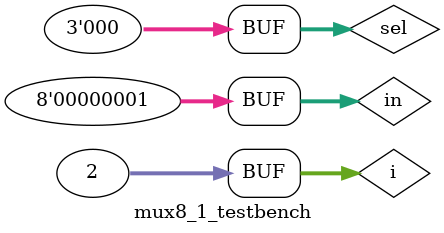
<source format=sv>
module mux8_1(out, in ,sel); 
 output logic out; 
 input logic [7:0] in; 
 input logic [2:0]sel;
 logic [1:0]x; //wires
 //mux2_1(out, in, sel);
 
 mux4_1 m0(.out(x[0]),.in(in[3:0]),.sel(sel[1:0]));
 mux4_1 m1(.out(x[1]),.in(in[7:4]),.sel(sel[1:0])); 
 mux2_1 m2(.out(out), .in(x), .sel(sel[2])); 
 
endmodule 
 
module mux8_1_testbench(); 
 logic [7:0]in;
 logic [2:0]sel; 
 logic out; 
 
 mux8_1 dut (.out, .in, .sel); 
 
 integer i; 
 initial begin 
 for(i=0; i<2; i++) begin 
 {sel, in} = i; #10; 
 end 
 end 
endmodule 
</source>
